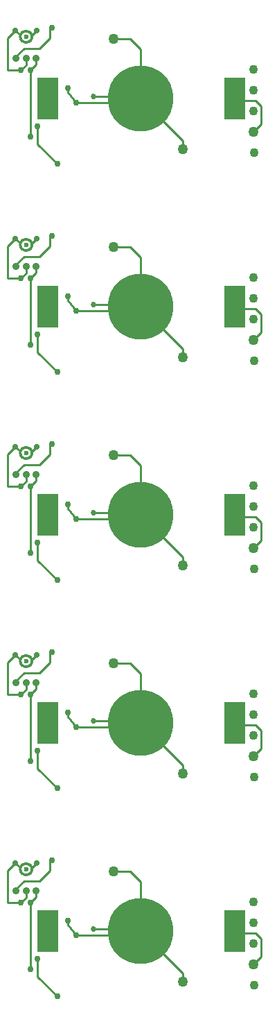
<source format=gbl>
G04 Layer_Physical_Order=2*
G04 Layer_Color=16711680*
%FSAX24Y24*%
%MOIN*%
G70*
G01*
G75*
%ADD18C,0.0100*%
%ADD19C,0.0433*%
%ADD20C,0.0236*%
%ADD21C,0.0500*%
%ADD22C,0.0300*%
%ADD23C,0.0270*%
%ADD24C,0.0120*%
%ADD25R,0.1000X0.2000*%
%ADD26C,0.3150*%
G04:AMPARAMS|DCode=27|XSize=36mil|YSize=36mil|CornerRadius=18mil|HoleSize=0mil|Usage=FLASHONLY|Rotation=0.000|XOffset=0mil|YOffset=0mil|HoleType=Round|Shape=RoundedRectangle|*
%AMROUNDEDRECTD27*
21,1,0.0360,0.0000,0,0,0.0*
21,1,0.0000,0.0360,0,0,0.0*
1,1,0.0360,0.0000,0.0000*
1,1,0.0360,0.0000,0.0000*
1,1,0.0360,0.0000,0.0000*
1,1,0.0360,0.0000,0.0000*
%
%ADD27ROUNDEDRECTD27*%
G04:AMPARAMS|DCode=28|XSize=28mil|YSize=28mil|CornerRadius=14mil|HoleSize=0mil|Usage=FLASHONLY|Rotation=0.000|XOffset=0mil|YOffset=0mil|HoleType=Round|Shape=RoundedRectangle|*
%AMROUNDEDRECTD28*
21,1,0.0280,0.0000,0,0,0.0*
21,1,0.0000,0.0280,0,0,0.0*
1,1,0.0280,0.0000,0.0000*
1,1,0.0280,0.0000,0.0000*
1,1,0.0280,0.0000,0.0000*
1,1,0.0280,0.0000,0.0000*
%
%ADD28ROUNDEDRECTD28*%
D18*
X020200Y016250D02*
Y018550D01*
X019700Y019050D02*
X020200Y018550D01*
X018900Y019050D02*
X019700D01*
X024750Y016250D02*
X024900Y016100D01*
X025750D01*
X026006Y015844D01*
Y015439D02*
Y015844D01*
X026000Y015433D02*
X026006Y015439D01*
X026000Y014949D02*
Y015433D01*
X025650Y014599D02*
X026000Y014949D01*
X014900Y014400D02*
Y017550D01*
X016700Y016500D02*
X017100Y016000D01*
X016700Y016500D02*
Y016700D01*
X015176Y017826D02*
Y018123D01*
X014900Y017550D02*
X015176Y017826D01*
X017100Y016000D02*
X020100D01*
X015840Y019090D02*
Y019600D01*
X014223Y018123D02*
Y018223D01*
X014600Y018600D01*
X015350D01*
X015840Y019090D01*
X015250Y014000D02*
Y014850D01*
Y014000D02*
X016200Y013050D01*
X014696Y017796D02*
Y018123D01*
X014450Y017550D02*
X014696Y017796D01*
X013800Y017550D02*
Y019093D01*
Y017550D02*
X014450D01*
X013800Y019093D02*
X014184Y019477D01*
X014400Y019262D01*
X015216Y019403D02*
Y019477D01*
X014976Y019237D02*
X015216Y019477D01*
X014950Y019137D02*
X014976Y019163D01*
X020200Y016200D02*
X022250Y014150D01*
Y013750D02*
Y014150D01*
X017950Y016300D02*
X020150D01*
X020200Y016250D01*
Y026250D02*
Y028550D01*
X019700Y029050D02*
X020200Y028550D01*
X018900Y029050D02*
X019700D01*
X024750Y026250D02*
X024900Y026100D01*
X025750D01*
X026006Y025844D01*
Y025439D02*
Y025844D01*
X026000Y025433D02*
X026006Y025439D01*
X026000Y024949D02*
Y025433D01*
X025650Y024599D02*
X026000Y024949D01*
X014900Y024400D02*
Y027550D01*
X016700Y026500D02*
X017100Y026000D01*
X016700Y026500D02*
Y026700D01*
X015176Y027826D02*
Y028123D01*
X014900Y027550D02*
X015176Y027826D01*
X017100Y026000D02*
X020100D01*
X015840Y029090D02*
Y029600D01*
X014223Y028123D02*
Y028223D01*
X014600Y028600D01*
X015350D01*
X015840Y029090D01*
X015250Y024000D02*
Y024850D01*
Y024000D02*
X016200Y023050D01*
X014696Y027796D02*
Y028123D01*
X014450Y027550D02*
X014696Y027796D01*
X013800Y027550D02*
Y029093D01*
Y027550D02*
X014450D01*
X013800Y029093D02*
X014184Y029477D01*
X014400Y029262D01*
X015216Y029403D02*
Y029477D01*
X014976Y029237D02*
X015216Y029477D01*
X014950Y029137D02*
X014976Y029163D01*
X020200Y026200D02*
X022250Y024150D01*
Y023750D02*
Y024150D01*
X017950Y026300D02*
X020150D01*
X020200Y026250D01*
Y036250D02*
Y038550D01*
X019700Y039050D02*
X020200Y038550D01*
X018900Y039050D02*
X019700D01*
X024750Y036250D02*
X024900Y036100D01*
X025750D01*
X026006Y035844D01*
Y035439D02*
Y035844D01*
X026000Y035433D02*
X026006Y035439D01*
X026000Y034949D02*
Y035433D01*
X025650Y034599D02*
X026000Y034949D01*
X014900Y034400D02*
Y037550D01*
X016700Y036500D02*
X017100Y036000D01*
X016700Y036500D02*
Y036700D01*
X015176Y037826D02*
Y038123D01*
X014900Y037550D02*
X015176Y037826D01*
X017100Y036000D02*
X020100D01*
X015840Y039090D02*
Y039600D01*
X014223Y038123D02*
Y038223D01*
X014600Y038600D01*
X015350D01*
X015840Y039090D01*
X015250Y034000D02*
Y034850D01*
Y034000D02*
X016200Y033050D01*
X014696Y037796D02*
Y038123D01*
X014450Y037550D02*
X014696Y037796D01*
X013800Y037550D02*
Y039093D01*
Y037550D02*
X014450D01*
X013800Y039093D02*
X014184Y039477D01*
X014400Y039262D01*
X015216Y039403D02*
Y039477D01*
X014976Y039237D02*
X015216Y039477D01*
X014950Y039137D02*
X014976Y039163D01*
X020200Y036200D02*
X022250Y034150D01*
Y033750D02*
Y034150D01*
X017950Y036300D02*
X020150D01*
X020200Y036250D01*
Y046250D02*
Y048550D01*
X019700Y049050D02*
X020200Y048550D01*
X018900Y049050D02*
X019700D01*
X024750Y046250D02*
X024900Y046100D01*
X025750D01*
X026006Y045844D01*
Y045439D02*
Y045844D01*
X026000Y045433D02*
X026006Y045439D01*
X026000Y044949D02*
Y045433D01*
X025650Y044599D02*
X026000Y044949D01*
X014900Y044400D02*
Y047550D01*
X016700Y046500D02*
X017100Y046000D01*
X016700Y046500D02*
Y046700D01*
X015176Y047826D02*
Y048123D01*
X014900Y047550D02*
X015176Y047826D01*
X017100Y046000D02*
X020100D01*
X015840Y049090D02*
Y049600D01*
X014223Y048123D02*
Y048223D01*
X014600Y048600D01*
X015350D01*
X015840Y049090D01*
X015250Y044000D02*
Y044850D01*
Y044000D02*
X016200Y043050D01*
X014696Y047796D02*
Y048123D01*
X014450Y047550D02*
X014696Y047796D01*
X013800Y047550D02*
Y049093D01*
Y047550D02*
X014450D01*
X013800Y049093D02*
X014184Y049477D01*
X014400Y049262D01*
X015216Y049403D02*
Y049477D01*
X014976Y049237D02*
X015216Y049477D01*
X014950Y049137D02*
X014976Y049163D01*
X020200Y046200D02*
X022250Y044150D01*
Y043750D02*
Y044150D01*
X017950Y046300D02*
X020150D01*
X020200Y046250D01*
Y056250D02*
Y058550D01*
X019700Y059050D02*
X020200Y058550D01*
X018900Y059050D02*
X019700D01*
X024750Y056250D02*
X024900Y056100D01*
X025750D01*
X026006Y055844D01*
Y055439D02*
Y055844D01*
X026000Y055433D02*
X026006Y055439D01*
X026000Y054949D02*
Y055433D01*
X025650Y054599D02*
X026000Y054949D01*
X014900Y054400D02*
Y057550D01*
X016700Y056500D02*
X017100Y056000D01*
X016700Y056500D02*
Y056700D01*
X015176Y057826D02*
Y058123D01*
X014900Y057550D02*
X015176Y057826D01*
X017100Y056000D02*
X020100D01*
X015840Y059090D02*
Y059600D01*
X014223Y058123D02*
Y058223D01*
X014600Y058600D01*
X015350D01*
X015840Y059090D01*
X015250Y054000D02*
Y054850D01*
Y054000D02*
X016200Y053050D01*
X014696Y057796D02*
Y058123D01*
X014450Y057550D02*
X014696Y057796D01*
X013800Y057550D02*
Y059093D01*
Y057550D02*
X014450D01*
X013800Y059093D02*
X014184Y059477D01*
X014400Y059262D01*
X015216Y059403D02*
Y059477D01*
X014976Y059237D02*
X015216Y059477D01*
X014950Y059137D02*
X014976Y059163D01*
X020200Y056200D02*
X022250Y054150D01*
Y053750D02*
Y054150D01*
X017950Y056300D02*
X020150D01*
X020200Y056250D01*
D19*
X025661Y013601D02*
D03*
X025650Y017599D02*
D03*
Y016599D02*
D03*
Y014599D02*
D03*
X025639Y015596D02*
D03*
X025661Y023601D02*
D03*
X025650Y027599D02*
D03*
Y026599D02*
D03*
Y024599D02*
D03*
X025639Y025596D02*
D03*
X025661Y033601D02*
D03*
X025650Y037599D02*
D03*
Y036599D02*
D03*
Y034599D02*
D03*
X025639Y035596D02*
D03*
X025661Y043601D02*
D03*
X025650Y047599D02*
D03*
Y046599D02*
D03*
Y044599D02*
D03*
X025639Y045596D02*
D03*
X025661Y053601D02*
D03*
X025650Y057599D02*
D03*
Y056599D02*
D03*
Y054599D02*
D03*
X025639Y055596D02*
D03*
D20*
X014696Y019163D02*
D03*
Y029163D02*
D03*
Y039163D02*
D03*
Y049163D02*
D03*
Y059163D02*
D03*
D21*
X018900Y019050D02*
D03*
X025650Y014600D02*
D03*
X022250Y013750D02*
D03*
X018900Y029050D02*
D03*
X025650Y024600D02*
D03*
X022250Y023750D02*
D03*
X018900Y039050D02*
D03*
X025650Y034600D02*
D03*
X022250Y033750D02*
D03*
X018900Y049050D02*
D03*
X025650Y044600D02*
D03*
X022250Y043750D02*
D03*
X018900Y059050D02*
D03*
X025650Y054600D02*
D03*
X022250Y053750D02*
D03*
D22*
X017100Y016000D02*
D03*
X014900Y017550D02*
D03*
X014450D02*
D03*
X014900Y014350D02*
D03*
X016700Y016700D02*
D03*
X015950Y019600D02*
D03*
X016200Y013050D02*
D03*
X015250Y014850D02*
D03*
X017100Y026000D02*
D03*
X014900Y027550D02*
D03*
X014450D02*
D03*
X014900Y024350D02*
D03*
X016700Y026700D02*
D03*
X015950Y029600D02*
D03*
X016200Y023050D02*
D03*
X015250Y024850D02*
D03*
X017100Y036000D02*
D03*
X014900Y037550D02*
D03*
X014450D02*
D03*
X014900Y034350D02*
D03*
X016700Y036700D02*
D03*
X015950Y039600D02*
D03*
X016200Y033050D02*
D03*
X015250Y034850D02*
D03*
X017100Y046000D02*
D03*
X014900Y047550D02*
D03*
X014450D02*
D03*
X014900Y044350D02*
D03*
X016700Y046700D02*
D03*
X015950Y049600D02*
D03*
X016200Y043050D02*
D03*
X015250Y044850D02*
D03*
X017100Y056000D02*
D03*
X014900Y057550D02*
D03*
X014450D02*
D03*
X014900Y054350D02*
D03*
X016700Y056700D02*
D03*
X015950Y059600D02*
D03*
X016200Y053050D02*
D03*
X015250Y054850D02*
D03*
D23*
X017950Y016300D02*
D03*
Y026300D02*
D03*
Y036300D02*
D03*
Y046300D02*
D03*
Y056300D02*
D03*
D24*
X014976Y019163D02*
G03*
X014976Y019163I-000280J000000D01*
G01*
Y029163D02*
G03*
X014976Y029163I-000280J000000D01*
G01*
Y039163D02*
G03*
X014976Y039163I-000280J000000D01*
G01*
Y049163D02*
G03*
X014976Y049163I-000280J000000D01*
G01*
Y059163D02*
G03*
X014976Y059163I-000280J000000D01*
G01*
D25*
X015750Y016200D02*
D03*
X024750D02*
D03*
X015750Y026200D02*
D03*
X024750D02*
D03*
X015750Y036200D02*
D03*
X024750D02*
D03*
X015750Y046200D02*
D03*
X024750D02*
D03*
X015750Y056200D02*
D03*
X024750D02*
D03*
D26*
X020200Y016200D02*
D03*
Y026200D02*
D03*
Y036200D02*
D03*
Y046200D02*
D03*
Y056200D02*
D03*
D27*
X015176Y018123D02*
D03*
X014223D02*
D03*
X014696D02*
D03*
X015176Y028123D02*
D03*
X014223D02*
D03*
X014696D02*
D03*
X015176Y038123D02*
D03*
X014223D02*
D03*
X014696D02*
D03*
X015176Y048123D02*
D03*
X014223D02*
D03*
X014696D02*
D03*
X015176Y058123D02*
D03*
X014223D02*
D03*
X014696D02*
D03*
D28*
X015216Y019477D02*
D03*
X014184D02*
D03*
X015216Y029477D02*
D03*
X014184D02*
D03*
X015216Y039477D02*
D03*
X014184D02*
D03*
X015216Y049477D02*
D03*
X014184D02*
D03*
X015216Y059477D02*
D03*
X014184D02*
D03*
M02*

</source>
